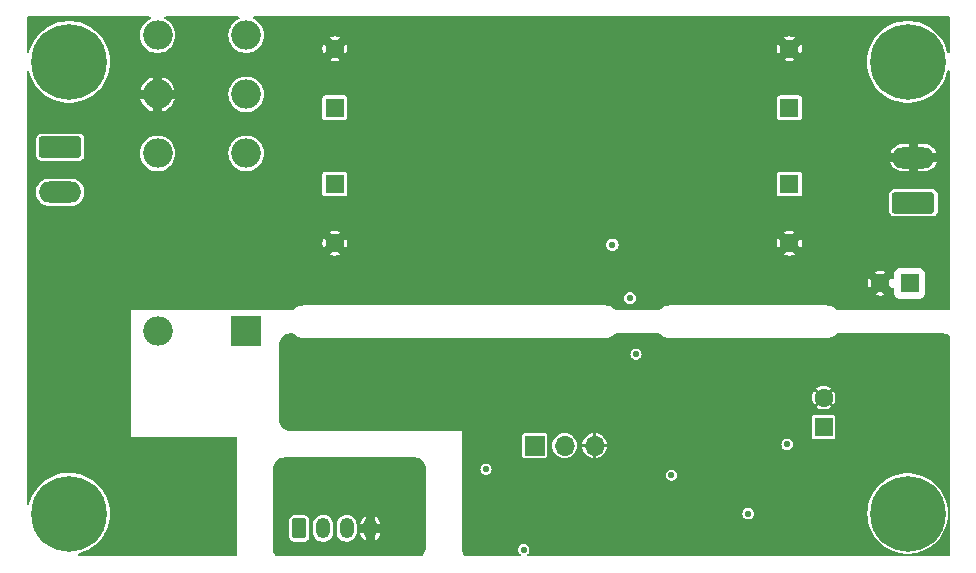
<source format=gbr>
%TF.GenerationSoftware,KiCad,Pcbnew,7.0.1*%
%TF.CreationDate,2024-03-26T16:50:52+03:00*%
%TF.ProjectId,Pelt,50656c74-2e6b-4696-9361-645f70636258,rev?*%
%TF.SameCoordinates,Original*%
%TF.FileFunction,Copper,L2,Inr*%
%TF.FilePolarity,Positive*%
%FSLAX46Y46*%
G04 Gerber Fmt 4.6, Leading zero omitted, Abs format (unit mm)*
G04 Created by KiCad (PCBNEW 7.0.1) date 2024-03-26 16:50:52*
%MOMM*%
%LPD*%
G01*
G04 APERTURE LIST*
G04 Aperture macros list*
%AMRoundRect*
0 Rectangle with rounded corners*
0 $1 Rounding radius*
0 $2 $3 $4 $5 $6 $7 $8 $9 X,Y pos of 4 corners*
0 Add a 4 corners polygon primitive as box body*
4,1,4,$2,$3,$4,$5,$6,$7,$8,$9,$2,$3,0*
0 Add four circle primitives for the rounded corners*
1,1,$1+$1,$2,$3*
1,1,$1+$1,$4,$5*
1,1,$1+$1,$6,$7*
1,1,$1+$1,$8,$9*
0 Add four rect primitives between the rounded corners*
20,1,$1+$1,$2,$3,$4,$5,0*
20,1,$1+$1,$4,$5,$6,$7,0*
20,1,$1+$1,$6,$7,$8,$9,0*
20,1,$1+$1,$8,$9,$2,$3,0*%
G04 Aperture macros list end*
%TA.AperFunction,ComponentPad*%
%ADD10RoundRect,0.250000X-0.350000X-0.625000X0.350000X-0.625000X0.350000X0.625000X-0.350000X0.625000X0*%
%TD*%
%TA.AperFunction,ComponentPad*%
%ADD11O,1.200000X1.750000*%
%TD*%
%TA.AperFunction,ComponentPad*%
%ADD12C,6.400000*%
%TD*%
%TA.AperFunction,ComponentPad*%
%ADD13RoundRect,0.250000X-1.550000X0.650000X-1.550000X-0.650000X1.550000X-0.650000X1.550000X0.650000X0*%
%TD*%
%TA.AperFunction,ComponentPad*%
%ADD14O,3.600000X1.800000*%
%TD*%
%TA.AperFunction,ComponentPad*%
%ADD15R,2.500000X2.500000*%
%TD*%
%TA.AperFunction,ComponentPad*%
%ADD16O,2.500000X2.500000*%
%TD*%
%TA.AperFunction,ComponentPad*%
%ADD17C,0.550000*%
%TD*%
%TA.AperFunction,ComponentPad*%
%ADD18R,1.600000X1.600000*%
%TD*%
%TA.AperFunction,ComponentPad*%
%ADD19C,1.600000*%
%TD*%
%TA.AperFunction,ComponentPad*%
%ADD20R,1.700000X1.700000*%
%TD*%
%TA.AperFunction,ComponentPad*%
%ADD21O,1.700000X1.700000*%
%TD*%
%TA.AperFunction,ComponentPad*%
%ADD22RoundRect,0.250000X1.550000X-0.650000X1.550000X0.650000X-1.550000X0.650000X-1.550000X-0.650000X0*%
%TD*%
%TA.AperFunction,ViaPad*%
%ADD23C,0.550000*%
%TD*%
G04 APERTURE END LIST*
D10*
%TO.N,Net-(D1-A)*%
%TO.C,J3*%
X129500000Y-83500000D03*
D11*
%TO.N,Net-(J3-Pin_2)*%
X131500000Y-83500000D03*
%TO.N,Net-(J3-Pin_3)*%
X133500000Y-83500000D03*
%TO.N,Net-(J3-Pin_4)*%
X135500000Y-83500000D03*
%TD*%
D12*
%TO.N,N/C*%
%TO.C,REF\u002A\u002A*%
X181000000Y-82250000D03*
%TD*%
D13*
%TO.N,/Plus*%
%TO.C,J4*%
X109257500Y-51227500D03*
D14*
%TO.N,/Minus*%
X109257500Y-55037500D03*
%TD*%
D15*
%TO.N,+5.5V*%
%TO.C,K1*%
X125000000Y-66750000D03*
D16*
%TO.N,/Plus*%
X125000000Y-51750000D03*
%TO.N,/V_out*%
X125000000Y-46750000D03*
%TO.N,/Minus*%
X125000000Y-41750000D03*
%TO.N,/Plus*%
X117500000Y-41750000D03*
%TO.N,GND*%
X117500000Y-46750000D03*
%TO.N,/Minus*%
X117500000Y-51750000D03*
%TO.N,Net-(D2-A)*%
X117500000Y-66750000D03*
%TD*%
D17*
%TO.N,GND*%
%TO.C,U1*%
X158562500Y-50905000D03*
X158562500Y-49905000D03*
X158562500Y-48905000D03*
X157162500Y-50905000D03*
X157162500Y-49905000D03*
X157162500Y-48905000D03*
%TD*%
D12*
%TO.N,N/C*%
%TO.C,REF\u002A\u002A*%
X110000000Y-82250000D03*
%TD*%
D18*
%TO.N,+5.5V*%
%TO.C,C1*%
X173882214Y-74932380D03*
D19*
%TO.N,GND*%
X173882214Y-72432380D03*
%TD*%
D18*
%TO.N,/V_out*%
%TO.C,C12*%
X132500000Y-47902651D03*
D19*
%TO.N,GND*%
X132500000Y-42902651D03*
%TD*%
D18*
%TO.N,/V_out*%
%TO.C,C11*%
X132500000Y-54347349D03*
D19*
%TO.N,GND*%
X132500000Y-59347349D03*
%TD*%
D18*
%TO.N,Vin*%
%TO.C,C1*%
X181182379Y-62750000D03*
D19*
%TO.N,GND*%
X178682379Y-62750000D03*
%TD*%
D20*
%TO.N,+5V*%
%TO.C,J2*%
X149425000Y-76500000D03*
D21*
%TO.N,Net-(IC1-PD1)*%
X151965000Y-76500000D03*
%TO.N,GND*%
X154505000Y-76500000D03*
%TD*%
D12*
%TO.N,N/C*%
%TO.C,REF\u002A\u002A*%
X110000000Y-44000000D03*
%TD*%
%TO.N,N/C*%
%TO.C,REF\u002A\u002A*%
X181000000Y-44000000D03*
%TD*%
D18*
%TO.N,Vin*%
%TO.C,C5*%
X171000000Y-47902651D03*
D19*
%TO.N,GND*%
X171000000Y-42902651D03*
%TD*%
D22*
%TO.N,Vin*%
%TO.C,J1*%
X181492500Y-55922500D03*
D14*
%TO.N,GND*%
X181492500Y-52112500D03*
%TD*%
D18*
%TO.N,Vin*%
%TO.C,C6*%
X171000000Y-54347349D03*
D19*
%TO.N,GND*%
X171000000Y-59347349D03*
%TD*%
D23*
%TO.N,GND*%
X150290000Y-80635000D03*
X165500000Y-53500000D03*
X159000000Y-41000000D03*
X156000000Y-62500000D03*
X166500000Y-41000000D03*
X165500000Y-58000000D03*
X156000000Y-44000000D03*
X164000000Y-61000000D03*
X156000000Y-56500000D03*
X150000000Y-64000000D03*
X156000000Y-55000000D03*
X154500000Y-58000000D03*
X168000000Y-45500000D03*
X161000000Y-64000000D03*
X163500000Y-41000000D03*
X151500000Y-52000000D03*
X168500000Y-56500000D03*
X157500000Y-42500000D03*
X150000000Y-50500000D03*
X151500000Y-53500000D03*
X157500000Y-44000000D03*
X162500000Y-53500000D03*
X157500000Y-53500000D03*
X164000000Y-59500000D03*
X168500000Y-61000000D03*
X151500000Y-59500000D03*
X166500000Y-42500000D03*
X146750000Y-83250000D03*
X159000000Y-44000000D03*
X161000000Y-62500000D03*
X162500000Y-52000000D03*
X167000000Y-61000000D03*
X164000000Y-64000000D03*
X154500000Y-62500000D03*
X163500000Y-44000000D03*
X164000000Y-56500000D03*
X167000000Y-64000000D03*
X162500000Y-62500000D03*
X163500000Y-45500000D03*
X165500000Y-59500000D03*
X165500000Y-52000000D03*
X159000000Y-58000000D03*
X151500000Y-62500000D03*
X159000000Y-53500000D03*
X162000000Y-41000000D03*
X157500000Y-45500000D03*
X162500000Y-55000000D03*
X150000000Y-58000000D03*
X156000000Y-41000000D03*
X156000000Y-42500000D03*
X159000000Y-56500000D03*
X157500000Y-56500000D03*
X157500000Y-55000000D03*
X165000000Y-41000000D03*
X146750000Y-85500000D03*
X164000000Y-62500000D03*
X150000000Y-55000000D03*
X162000000Y-45500000D03*
X162500000Y-58000000D03*
X159000000Y-55000000D03*
X165500000Y-56500000D03*
X156000000Y-58000000D03*
X162500000Y-56500000D03*
X168500000Y-64000000D03*
X157500000Y-52000000D03*
X168500000Y-59500000D03*
X167000000Y-56500000D03*
X168500000Y-58000000D03*
X164000000Y-53500000D03*
X164000000Y-52000000D03*
X160500000Y-44000000D03*
X170000000Y-64000000D03*
X159000000Y-42500000D03*
X165500000Y-62500000D03*
X168000000Y-41000000D03*
X162500000Y-64000000D03*
X168000000Y-44000000D03*
X154500000Y-64000000D03*
X151500000Y-64000000D03*
X160500000Y-41000000D03*
X165500000Y-55000000D03*
X154500000Y-59500000D03*
X150000000Y-56500000D03*
X153000000Y-62500000D03*
X164000000Y-55000000D03*
X156000000Y-53500000D03*
X165500000Y-64000000D03*
X157500000Y-41000000D03*
X156000000Y-45500000D03*
X165000000Y-45500000D03*
X171500000Y-64000000D03*
X153000000Y-56500000D03*
X159000000Y-52000000D03*
X168000000Y-42500000D03*
X150000000Y-53500000D03*
X159000000Y-45500000D03*
X167000000Y-62500000D03*
X163500000Y-42500000D03*
X151500000Y-58000000D03*
X166500000Y-45500000D03*
X160500000Y-45500000D03*
X165000000Y-44000000D03*
X162000000Y-44000000D03*
X157500000Y-58000000D03*
X151500000Y-55000000D03*
X150000000Y-59500000D03*
X151500000Y-56500000D03*
X153000000Y-64000000D03*
X151500000Y-50500000D03*
X168500000Y-62500000D03*
X167000000Y-59500000D03*
X153000000Y-58000000D03*
X161104278Y-58026736D03*
X154500000Y-56500000D03*
X157500000Y-47000000D03*
X166500000Y-44000000D03*
X150000000Y-62500000D03*
X167000000Y-58000000D03*
X162500000Y-59500000D03*
X159000000Y-47000000D03*
X160500000Y-42500000D03*
X157500000Y-62500000D03*
X153000000Y-59500000D03*
X165000000Y-42500000D03*
X150000000Y-52000000D03*
X165500000Y-61000000D03*
X162000000Y-42500000D03*
X164000000Y-58000000D03*
X161104278Y-56526736D03*
X156000000Y-64000000D03*
X156000000Y-47000000D03*
%TO.N,+5.5V*%
X170800000Y-76400000D03*
%TO.N,+5V*%
X145300000Y-78500000D03*
X148500000Y-85300000D03*
X167500000Y-82250000D03*
X161000000Y-79000000D03*
X158000000Y-68750000D03*
%TO.N,Net-(J3-Pin_4)*%
X139000000Y-78250000D03*
%TO.N,SHDWN*%
X156000000Y-59500000D03*
X157500000Y-64000000D03*
%TD*%
%TA.AperFunction,Conductor*%
%TO.N,GND*%
G36*
X116875882Y-40167456D02*
G01*
X116921355Y-40213687D01*
X116937274Y-40276550D01*
X116919285Y-40338852D01*
X116872310Y-40383554D01*
X116749013Y-40450278D01*
X116676485Y-40489529D01*
X116480259Y-40642259D01*
X116480256Y-40642261D01*
X116480256Y-40642262D01*
X116344383Y-40789860D01*
X116311837Y-40825214D01*
X116175825Y-41033395D01*
X116075938Y-41261117D01*
X116014891Y-41502183D01*
X115994356Y-41750000D01*
X116014891Y-41997816D01*
X116014891Y-41997819D01*
X116014892Y-41997821D01*
X116075937Y-42238881D01*
X116120960Y-42341523D01*
X116175825Y-42466604D01*
X116175827Y-42466607D01*
X116311836Y-42674785D01*
X116480256Y-42857738D01*
X116480259Y-42857740D01*
X116676485Y-43010470D01*
X116676487Y-43010471D01*
X116676491Y-43010474D01*
X116895190Y-43128828D01*
X117130386Y-43209571D01*
X117375665Y-43250500D01*
X117624335Y-43250500D01*
X117869614Y-43209571D01*
X118104810Y-43128828D01*
X118323509Y-43010474D01*
X118519744Y-42857738D01*
X118688164Y-42674785D01*
X118824173Y-42466607D01*
X118924063Y-42238881D01*
X118985108Y-41997821D01*
X119005643Y-41750000D01*
X118985108Y-41502179D01*
X118924063Y-41261119D01*
X118824173Y-41033393D01*
X118688164Y-40825215D01*
X118519744Y-40642262D01*
X118400564Y-40549500D01*
X118323514Y-40489529D01*
X118323510Y-40489526D01*
X118323509Y-40489526D01*
X118127689Y-40383554D01*
X118080715Y-40338852D01*
X118062726Y-40276550D01*
X118078645Y-40213687D01*
X118124118Y-40167456D01*
X118186709Y-40150500D01*
X124313291Y-40150500D01*
X124375882Y-40167456D01*
X124421355Y-40213687D01*
X124437274Y-40276550D01*
X124419285Y-40338852D01*
X124372310Y-40383554D01*
X124249013Y-40450278D01*
X124176485Y-40489529D01*
X123980259Y-40642259D01*
X123980256Y-40642261D01*
X123980256Y-40642262D01*
X123844383Y-40789860D01*
X123811837Y-40825214D01*
X123675825Y-41033395D01*
X123575938Y-41261117D01*
X123514891Y-41502183D01*
X123494356Y-41750000D01*
X123514891Y-41997816D01*
X123514891Y-41997819D01*
X123514892Y-41997821D01*
X123575937Y-42238881D01*
X123620960Y-42341523D01*
X123675825Y-42466604D01*
X123675827Y-42466607D01*
X123811836Y-42674785D01*
X123980256Y-42857738D01*
X123980259Y-42857740D01*
X124176485Y-43010470D01*
X124176487Y-43010471D01*
X124176491Y-43010474D01*
X124395190Y-43128828D01*
X124630386Y-43209571D01*
X124875665Y-43250500D01*
X125124335Y-43250500D01*
X125369614Y-43209571D01*
X125604810Y-43128828D01*
X125823509Y-43010474D01*
X125962041Y-42902650D01*
X131444919Y-42902650D01*
X131465191Y-43108485D01*
X131525232Y-43306415D01*
X131539399Y-43332919D01*
X131539401Y-43332920D01*
X131969670Y-42902652D01*
X133030330Y-42902652D01*
X133460598Y-43332920D01*
X133460598Y-43332919D01*
X133474767Y-43306413D01*
X133534808Y-43108485D01*
X133555080Y-42902651D01*
X133555080Y-42902650D01*
X169944919Y-42902650D01*
X169965191Y-43108485D01*
X170025232Y-43306415D01*
X170039399Y-43332919D01*
X170039401Y-43332920D01*
X170469670Y-42902652D01*
X170469670Y-42902651D01*
X171530330Y-42902651D01*
X171960598Y-43332919D01*
X171974767Y-43306413D01*
X172034808Y-43108485D01*
X172055080Y-42902650D01*
X172034808Y-42696816D01*
X171974766Y-42498885D01*
X171960599Y-42472380D01*
X171530330Y-42902651D01*
X170469670Y-42902651D01*
X170039401Y-42472381D01*
X170039400Y-42472381D01*
X170025231Y-42498890D01*
X169965191Y-42696816D01*
X169944919Y-42902650D01*
X133555080Y-42902650D01*
X133534808Y-42696816D01*
X133474766Y-42498885D01*
X133460599Y-42472380D01*
X133030330Y-42902651D01*
X133030330Y-42902652D01*
X131969670Y-42902652D01*
X131969670Y-42902651D01*
X131539401Y-42472381D01*
X131539400Y-42472381D01*
X131525231Y-42498890D01*
X131465191Y-42696816D01*
X131444919Y-42902650D01*
X125962041Y-42902650D01*
X126019744Y-42857738D01*
X126188164Y-42674785D01*
X126324173Y-42466607D01*
X126424063Y-42238881D01*
X126485108Y-41997821D01*
X126489729Y-41942052D01*
X132069730Y-41942052D01*
X132500000Y-42372321D01*
X132500001Y-42372321D01*
X132930269Y-41942052D01*
X170569730Y-41942052D01*
X171000000Y-42372321D01*
X171000001Y-42372321D01*
X171430269Y-41942052D01*
X171430268Y-41942050D01*
X171403764Y-41927883D01*
X171205834Y-41867842D01*
X170999999Y-41847570D01*
X170794165Y-41867842D01*
X170596239Y-41927882D01*
X170569730Y-41942051D01*
X170569730Y-41942052D01*
X132930269Y-41942052D01*
X132930268Y-41942050D01*
X132903764Y-41927883D01*
X132705834Y-41867842D01*
X132499999Y-41847570D01*
X132294165Y-41867842D01*
X132096239Y-41927882D01*
X132069730Y-41942051D01*
X132069730Y-41942052D01*
X126489729Y-41942052D01*
X126505643Y-41750000D01*
X126485108Y-41502179D01*
X126424063Y-41261119D01*
X126324173Y-41033393D01*
X126188164Y-40825215D01*
X126019744Y-40642262D01*
X125900564Y-40549500D01*
X125823514Y-40489529D01*
X125823510Y-40489526D01*
X125823509Y-40489526D01*
X125627689Y-40383554D01*
X125580715Y-40338852D01*
X125562726Y-40276550D01*
X125578645Y-40213687D01*
X125624118Y-40167456D01*
X125686709Y-40150500D01*
X184475500Y-40150500D01*
X184537500Y-40167113D01*
X184582887Y-40212500D01*
X184599500Y-40274500D01*
X184599500Y-43156417D01*
X184585575Y-43213508D01*
X184546929Y-43257777D01*
X184492240Y-43279282D01*
X184433791Y-43273192D01*
X184384710Y-43240876D01*
X184356020Y-43189590D01*
X184274681Y-42896632D01*
X184136189Y-42549043D01*
X183960930Y-42218473D01*
X183960928Y-42218469D01*
X183750954Y-41908779D01*
X183750952Y-41908776D01*
X183508726Y-41623607D01*
X183237092Y-41366301D01*
X183237087Y-41366297D01*
X182939220Y-41139864D01*
X182939216Y-41139861D01*
X182939214Y-41139860D01*
X182618614Y-40946962D01*
X182279043Y-40789860D01*
X182279040Y-40789859D01*
X182279038Y-40789858D01*
X181924462Y-40670387D01*
X181924461Y-40670386D01*
X181924459Y-40670386D01*
X181702736Y-40621581D01*
X181559049Y-40589954D01*
X181373064Y-40569726D01*
X181187082Y-40549500D01*
X181187081Y-40549500D01*
X180812919Y-40549500D01*
X180812918Y-40549500D01*
X180440951Y-40589954D01*
X180075540Y-40670386D01*
X179720956Y-40789860D01*
X179381385Y-40946962D01*
X179060785Y-41139860D01*
X178762907Y-41366301D01*
X178491273Y-41623607D01*
X178249047Y-41908776D01*
X178039069Y-42218473D01*
X177863810Y-42549043D01*
X177725318Y-42896632D01*
X177625222Y-43257147D01*
X177564688Y-43626393D01*
X177544431Y-43999999D01*
X177564688Y-44373606D01*
X177625222Y-44742852D01*
X177725318Y-45103367D01*
X177863810Y-45450956D01*
X178039069Y-45781526D01*
X178039072Y-45781531D01*
X178148848Y-45943439D01*
X178249047Y-46091223D01*
X178491273Y-46376392D01*
X178762907Y-46633698D01*
X178762910Y-46633700D01*
X178762913Y-46633703D01*
X179060780Y-46860136D01*
X179381383Y-47053036D01*
X179720962Y-47210142D01*
X180075538Y-47329613D01*
X180440951Y-47410046D01*
X180776432Y-47446531D01*
X180812918Y-47450500D01*
X180812919Y-47450500D01*
X181187081Y-47450500D01*
X181187082Y-47450500D01*
X181220308Y-47446886D01*
X181559049Y-47410046D01*
X181924462Y-47329613D01*
X182279038Y-47210142D01*
X182618617Y-47053036D01*
X182939220Y-46860136D01*
X183237087Y-46633703D01*
X183508727Y-46376392D01*
X183750954Y-46091221D01*
X183960928Y-45781531D01*
X184057513Y-45599352D01*
X184136189Y-45450956D01*
X184274681Y-45103367D01*
X184356020Y-44810410D01*
X184384710Y-44759124D01*
X184433791Y-44726808D01*
X184492240Y-44720718D01*
X184546929Y-44742223D01*
X184585575Y-44786492D01*
X184599500Y-44843583D01*
X184599500Y-64876000D01*
X184582887Y-64938000D01*
X184537500Y-64983387D01*
X184475500Y-65000000D01*
X175031969Y-65000000D01*
X174984516Y-64990561D01*
X174944288Y-64963681D01*
X174912364Y-64931757D01*
X174835620Y-64876000D01*
X174734022Y-64802185D01*
X174537606Y-64702105D01*
X174327951Y-64633985D01*
X174327948Y-64633984D01*
X174110224Y-64599500D01*
X174110222Y-64599500D01*
X174031519Y-64599500D01*
X161057583Y-64599500D01*
X161000000Y-64599500D01*
X160889778Y-64599500D01*
X160889776Y-64599500D01*
X160672051Y-64633984D01*
X160462396Y-64702104D01*
X160462394Y-64702104D01*
X160462394Y-64702105D01*
X160265978Y-64802185D01*
X160265975Y-64802186D01*
X160265975Y-64802187D01*
X160087635Y-64931757D01*
X160055712Y-64963681D01*
X160015484Y-64990561D01*
X159968031Y-65000000D01*
X156281969Y-65000000D01*
X156234516Y-64990561D01*
X156194288Y-64963681D01*
X156162364Y-64931757D01*
X156085620Y-64876000D01*
X155984022Y-64802185D01*
X155787606Y-64702105D01*
X155577951Y-64633985D01*
X155577948Y-64633984D01*
X155360224Y-64599500D01*
X155360222Y-64599500D01*
X155281519Y-64599500D01*
X130057583Y-64599500D01*
X130000000Y-64599500D01*
X129889778Y-64599500D01*
X129889776Y-64599500D01*
X129672051Y-64633984D01*
X129462396Y-64702104D01*
X129462394Y-64702104D01*
X129462394Y-64702105D01*
X129265978Y-64802185D01*
X129265975Y-64802186D01*
X129265975Y-64802187D01*
X129087635Y-64931757D01*
X129055712Y-64963681D01*
X129015484Y-64990561D01*
X128968031Y-65000000D01*
X115250000Y-65000000D01*
X115250000Y-75750000D01*
X124126000Y-75750000D01*
X124188000Y-75766613D01*
X124233387Y-75812000D01*
X124250000Y-75874000D01*
X124250000Y-85725500D01*
X124233387Y-85787500D01*
X124188000Y-85832887D01*
X124126000Y-85849500D01*
X110838514Y-85849500D01*
X110780431Y-85835055D01*
X110735881Y-85795087D01*
X110715241Y-85738907D01*
X110723321Y-85679603D01*
X110758238Y-85630992D01*
X110811858Y-85604399D01*
X110830891Y-85600209D01*
X110924462Y-85579613D01*
X111279038Y-85460142D01*
X111618617Y-85303036D01*
X111939220Y-85110136D01*
X112237087Y-84883703D01*
X112508727Y-84626392D01*
X112750954Y-84341221D01*
X112960928Y-84031531D01*
X113072485Y-83821113D01*
X113136189Y-83700956D01*
X113274681Y-83353367D01*
X113374777Y-82992852D01*
X113374776Y-82992852D01*
X113374779Y-82992845D01*
X113435311Y-82623613D01*
X113455568Y-82250000D01*
X113435311Y-81876387D01*
X113374779Y-81507155D01*
X113370259Y-81490876D01*
X113274681Y-81146632D01*
X113136189Y-80799043D01*
X112960930Y-80468473D01*
X112960928Y-80468469D01*
X112750954Y-80158779D01*
X112750952Y-80158776D01*
X112508726Y-79873607D01*
X112237092Y-79616301D01*
X112123611Y-79530035D01*
X111939220Y-79389864D01*
X111939216Y-79389861D01*
X111939214Y-79389860D01*
X111618614Y-79196962D01*
X111279043Y-79039860D01*
X111279040Y-79039859D01*
X111279038Y-79039858D01*
X110924462Y-78920387D01*
X110924461Y-78920386D01*
X110924459Y-78920386D01*
X110662917Y-78862817D01*
X110559049Y-78839954D01*
X110373065Y-78819727D01*
X110187082Y-78799500D01*
X110187081Y-78799500D01*
X109812919Y-78799500D01*
X109812918Y-78799500D01*
X109440951Y-78839954D01*
X109075540Y-78920386D01*
X108720956Y-79039860D01*
X108381385Y-79196962D01*
X108060785Y-79389860D01*
X107762907Y-79616301D01*
X107491273Y-79873607D01*
X107249047Y-80158776D01*
X107039069Y-80468473D01*
X106863810Y-80799043D01*
X106725318Y-81146632D01*
X106643980Y-81439590D01*
X106615290Y-81490876D01*
X106566209Y-81523192D01*
X106507760Y-81529282D01*
X106453071Y-81507777D01*
X106414425Y-81463508D01*
X106400500Y-81406417D01*
X106400500Y-64000000D01*
X156969965Y-64000000D01*
X156988025Y-64137180D01*
X157040977Y-64265020D01*
X157125208Y-64374791D01*
X157234979Y-64459022D01*
X157234982Y-64459024D01*
X157362817Y-64511974D01*
X157500000Y-64530035D01*
X157637183Y-64511974D01*
X157765018Y-64459024D01*
X157874791Y-64374791D01*
X157959024Y-64265018D01*
X158011974Y-64137183D01*
X158030035Y-64000000D01*
X158011974Y-63862817D01*
X157959024Y-63734983D01*
X157940313Y-63710599D01*
X178252108Y-63710599D01*
X178278613Y-63724766D01*
X178476544Y-63784808D01*
X178682379Y-63805080D01*
X178888213Y-63784808D01*
X179086141Y-63724767D01*
X179112647Y-63710598D01*
X179112648Y-63710598D01*
X178682380Y-63280330D01*
X178682379Y-63280330D01*
X178252108Y-63710599D01*
X157940313Y-63710599D01*
X157874791Y-63625209D01*
X157874789Y-63625207D01*
X157874788Y-63625206D01*
X157765020Y-63540977D01*
X157765013Y-63540974D01*
X157637183Y-63488026D01*
X157637182Y-63488025D01*
X157637180Y-63488025D01*
X157500000Y-63469965D01*
X157362816Y-63488026D01*
X157234985Y-63540974D01*
X157125209Y-63625209D01*
X157040974Y-63734985D01*
X156988026Y-63862816D01*
X156969965Y-64000000D01*
X106400500Y-64000000D01*
X106400500Y-62750000D01*
X177627298Y-62750000D01*
X177647570Y-62955834D01*
X177707611Y-63153764D01*
X177721778Y-63180268D01*
X177721780Y-63180269D01*
X178152049Y-62750001D01*
X179212709Y-62750001D01*
X179642977Y-63180269D01*
X179642977Y-63180268D01*
X179648522Y-63169896D01*
X179693090Y-63122623D01*
X179755445Y-63104375D01*
X179818469Y-63120162D01*
X179864858Y-63165650D01*
X179881879Y-63228351D01*
X179881879Y-63597869D01*
X179888288Y-63657483D01*
X179938583Y-63792331D01*
X180024833Y-63907546D01*
X180140048Y-63993796D01*
X180274896Y-64044091D01*
X180334506Y-64050500D01*
X182030251Y-64050499D01*
X182089862Y-64044091D01*
X182224710Y-63993796D01*
X182339925Y-63907546D01*
X182426175Y-63792331D01*
X182476470Y-63657483D01*
X182482879Y-63597873D01*
X182482878Y-61902128D01*
X182476470Y-61842517D01*
X182426175Y-61707669D01*
X182339925Y-61592454D01*
X182224710Y-61506204D01*
X182089862Y-61455909D01*
X182030252Y-61449500D01*
X182030248Y-61449500D01*
X180334509Y-61449500D01*
X180274894Y-61455909D01*
X180140048Y-61506204D01*
X180024833Y-61592454D01*
X179938583Y-61707668D01*
X179888288Y-61842516D01*
X179881879Y-61902131D01*
X179881879Y-62271646D01*
X179864858Y-62334347D01*
X179818468Y-62379835D01*
X179755445Y-62395622D01*
X179693090Y-62377374D01*
X179648521Y-62330100D01*
X179642978Y-62319730D01*
X179212709Y-62750000D01*
X179212709Y-62750001D01*
X178152049Y-62750001D01*
X178152049Y-62750000D01*
X177721780Y-62319730D01*
X177721779Y-62319730D01*
X177707610Y-62346239D01*
X177647570Y-62544165D01*
X177627298Y-62750000D01*
X106400500Y-62750000D01*
X106400500Y-61789401D01*
X178252109Y-61789401D01*
X178682379Y-62219670D01*
X178682380Y-62219670D01*
X179112648Y-61789401D01*
X179112647Y-61789399D01*
X179086143Y-61775232D01*
X178888213Y-61715191D01*
X178682379Y-61694919D01*
X178476544Y-61715191D01*
X178278618Y-61775231D01*
X178252109Y-61789400D01*
X178252109Y-61789401D01*
X106400500Y-61789401D01*
X106400500Y-60307948D01*
X132069729Y-60307948D01*
X132096234Y-60322115D01*
X132294165Y-60382157D01*
X132500000Y-60402429D01*
X132705834Y-60382157D01*
X132903762Y-60322116D01*
X132930266Y-60307948D01*
X170569729Y-60307948D01*
X170596234Y-60322115D01*
X170794165Y-60382157D01*
X171000000Y-60402429D01*
X171205834Y-60382157D01*
X171403762Y-60322116D01*
X171430268Y-60307947D01*
X171430269Y-60307946D01*
X171000001Y-59877679D01*
X171000000Y-59877679D01*
X170569729Y-60307948D01*
X132930266Y-60307948D01*
X132930268Y-60307947D01*
X132930268Y-60307946D01*
X132500001Y-59877679D01*
X132500000Y-59877679D01*
X132069729Y-60307948D01*
X106400500Y-60307948D01*
X106400500Y-59347348D01*
X131444919Y-59347348D01*
X131465191Y-59553183D01*
X131525232Y-59751113D01*
X131539399Y-59777617D01*
X131539401Y-59777618D01*
X131969670Y-59347350D01*
X133030330Y-59347350D01*
X133460598Y-59777618D01*
X133460598Y-59777617D01*
X133474767Y-59751111D01*
X133534808Y-59553183D01*
X133540046Y-59499999D01*
X155469965Y-59499999D01*
X155488025Y-59637180D01*
X155488025Y-59637182D01*
X155488026Y-59637183D01*
X155540976Y-59765018D01*
X155540977Y-59765020D01*
X155625208Y-59874791D01*
X155734979Y-59959022D01*
X155734982Y-59959024D01*
X155862817Y-60011974D01*
X156000000Y-60030035D01*
X156137183Y-60011974D01*
X156265018Y-59959024D01*
X156374791Y-59874791D01*
X156459024Y-59765018D01*
X156511974Y-59637183D01*
X156530035Y-59500000D01*
X156511974Y-59362817D01*
X156505567Y-59347348D01*
X169944919Y-59347348D01*
X169965191Y-59553183D01*
X170025232Y-59751113D01*
X170039399Y-59777617D01*
X170039401Y-59777618D01*
X170469670Y-59347350D01*
X170469670Y-59347349D01*
X171530330Y-59347349D01*
X171960598Y-59777617D01*
X171974767Y-59751111D01*
X172034808Y-59553183D01*
X172055080Y-59347348D01*
X172034808Y-59141514D01*
X171974766Y-58943583D01*
X171960599Y-58917078D01*
X171530330Y-59347349D01*
X170469670Y-59347349D01*
X170039401Y-58917079D01*
X170039400Y-58917079D01*
X170025231Y-58943588D01*
X169965191Y-59141514D01*
X169944919Y-59347348D01*
X156505567Y-59347348D01*
X156459024Y-59234983D01*
X156374791Y-59125209D01*
X156374789Y-59125207D01*
X156374788Y-59125206D01*
X156265020Y-59040977D01*
X156265013Y-59040974D01*
X156137183Y-58988026D01*
X156137182Y-58988025D01*
X156137180Y-58988025D01*
X156024515Y-58973192D01*
X156000000Y-58969965D01*
X155999999Y-58969965D01*
X155862816Y-58988026D01*
X155734985Y-59040974D01*
X155625209Y-59125209D01*
X155540974Y-59234985D01*
X155488026Y-59362816D01*
X155469965Y-59499999D01*
X133540046Y-59499999D01*
X133555080Y-59347348D01*
X133534808Y-59141514D01*
X133474766Y-58943583D01*
X133460599Y-58917078D01*
X133030330Y-59347349D01*
X133030330Y-59347350D01*
X131969670Y-59347350D01*
X131969670Y-59347349D01*
X131539401Y-58917079D01*
X131539400Y-58917079D01*
X131525231Y-58943588D01*
X131465191Y-59141514D01*
X131444919Y-59347348D01*
X106400500Y-59347348D01*
X106400500Y-58386750D01*
X132069730Y-58386750D01*
X132500000Y-58817019D01*
X132500001Y-58817019D01*
X132930269Y-58386750D01*
X170569730Y-58386750D01*
X171000000Y-58817019D01*
X171000001Y-58817019D01*
X171430269Y-58386750D01*
X171430268Y-58386748D01*
X171403764Y-58372581D01*
X171205834Y-58312540D01*
X171000000Y-58292268D01*
X170794165Y-58312540D01*
X170596239Y-58372580D01*
X170569730Y-58386749D01*
X170569730Y-58386750D01*
X132930269Y-58386750D01*
X132930268Y-58386748D01*
X132903764Y-58372581D01*
X132705834Y-58312540D01*
X132500000Y-58292268D01*
X132294165Y-58312540D01*
X132096239Y-58372580D01*
X132069730Y-58386749D01*
X132069730Y-58386750D01*
X106400500Y-58386750D01*
X106400500Y-56620369D01*
X179442000Y-56620369D01*
X179448409Y-56679983D01*
X179498704Y-56814831D01*
X179584954Y-56930046D01*
X179700169Y-57016296D01*
X179835017Y-57066591D01*
X179894627Y-57073000D01*
X183090372Y-57072999D01*
X183149983Y-57066591D01*
X183284831Y-57016296D01*
X183400046Y-56930046D01*
X183486296Y-56814831D01*
X183536591Y-56679983D01*
X183543000Y-56620373D01*
X183542999Y-55224628D01*
X183536591Y-55165017D01*
X183486296Y-55030169D01*
X183400046Y-54914954D01*
X183284831Y-54828704D01*
X183149983Y-54778409D01*
X183090373Y-54772000D01*
X183090369Y-54772000D01*
X179894630Y-54772000D01*
X179835015Y-54778409D01*
X179700169Y-54828704D01*
X179584954Y-54914954D01*
X179498704Y-55030168D01*
X179448409Y-55165016D01*
X179442000Y-55224630D01*
X179442000Y-56620369D01*
X106400500Y-56620369D01*
X106400500Y-55144110D01*
X107207000Y-55144110D01*
X107241366Y-55327949D01*
X107246179Y-55353698D01*
X107323201Y-55552517D01*
X107435447Y-55733801D01*
X107579094Y-55891373D01*
X107749247Y-56019868D01*
X107939327Y-56114514D01*
X107940111Y-56114905D01*
X108063632Y-56150050D01*
X108145189Y-56173256D01*
X108304305Y-56188000D01*
X108304306Y-56188000D01*
X110210694Y-56188000D01*
X110210695Y-56188000D01*
X110369810Y-56173256D01*
X110369810Y-56173255D01*
X110574889Y-56114905D01*
X110669930Y-56067580D01*
X110765752Y-56019868D01*
X110765755Y-56019866D01*
X110935907Y-55891372D01*
X111079552Y-55733802D01*
X111191798Y-55552519D01*
X111268821Y-55353698D01*
X111302782Y-55172024D01*
X131449500Y-55172024D01*
X131464033Y-55245087D01*
X131464033Y-55245088D01*
X131464034Y-55245089D01*
X131519399Y-55327950D01*
X131602260Y-55383315D01*
X131638792Y-55390581D01*
X131675325Y-55397849D01*
X131675326Y-55397849D01*
X133324674Y-55397849D01*
X133324675Y-55397849D01*
X133349029Y-55393004D01*
X133397740Y-55383315D01*
X133480601Y-55327950D01*
X133535966Y-55245089D01*
X133550500Y-55172024D01*
X169949500Y-55172024D01*
X169964033Y-55245087D01*
X169964033Y-55245088D01*
X169964034Y-55245089D01*
X170019399Y-55327950D01*
X170102260Y-55383315D01*
X170138792Y-55390581D01*
X170175325Y-55397849D01*
X170175326Y-55397849D01*
X171824674Y-55397849D01*
X171824675Y-55397849D01*
X171849029Y-55393004D01*
X171897740Y-55383315D01*
X171980601Y-55327950D01*
X172035966Y-55245089D01*
X172050500Y-55172023D01*
X172050500Y-53522675D01*
X172035966Y-53449609D01*
X171980601Y-53366748D01*
X171897740Y-53311383D01*
X171897739Y-53311382D01*
X171897738Y-53311382D01*
X171824675Y-53296849D01*
X171824674Y-53296849D01*
X170175326Y-53296849D01*
X170175325Y-53296849D01*
X170102261Y-53311382D01*
X170019399Y-53366748D01*
X169964033Y-53449610D01*
X169949500Y-53522674D01*
X169949500Y-55172024D01*
X133550500Y-55172024D01*
X133550500Y-55172023D01*
X133550500Y-53522675D01*
X133535966Y-53449609D01*
X133480601Y-53366748D01*
X133397740Y-53311383D01*
X133397739Y-53311382D01*
X133397738Y-53311382D01*
X133324675Y-53296849D01*
X133324674Y-53296849D01*
X131675326Y-53296849D01*
X131675325Y-53296849D01*
X131602261Y-53311382D01*
X131519399Y-53366748D01*
X131464033Y-53449610D01*
X131449500Y-53522674D01*
X131449500Y-55172024D01*
X111302782Y-55172024D01*
X111308000Y-55144110D01*
X111308000Y-54930890D01*
X111268821Y-54721302D01*
X111191798Y-54522481D01*
X111079552Y-54341198D01*
X110935907Y-54183628D01*
X110935906Y-54183627D01*
X110935905Y-54183626D01*
X110765752Y-54055131D01*
X110574890Y-53960095D01*
X110369810Y-53901743D01*
X110210695Y-53887000D01*
X110210694Y-53887000D01*
X108304306Y-53887000D01*
X108304305Y-53887000D01*
X108145189Y-53901743D01*
X107940109Y-53960095D01*
X107749247Y-54055131D01*
X107579094Y-54183626D01*
X107435447Y-54341198D01*
X107323201Y-54522482D01*
X107246179Y-54721301D01*
X107246179Y-54721302D01*
X107207000Y-54930890D01*
X107207000Y-55144110D01*
X106400500Y-55144110D01*
X106400500Y-51925369D01*
X107207000Y-51925369D01*
X107213409Y-51984983D01*
X107263704Y-52119831D01*
X107349954Y-52235046D01*
X107465169Y-52321296D01*
X107600017Y-52371591D01*
X107659627Y-52378000D01*
X110855372Y-52377999D01*
X110914983Y-52371591D01*
X111049831Y-52321296D01*
X111165046Y-52235046D01*
X111251296Y-52119831D01*
X111301591Y-51984983D01*
X111308000Y-51925373D01*
X111308000Y-51749999D01*
X115994356Y-51749999D01*
X116014891Y-51997816D01*
X116014891Y-51997819D01*
X116014892Y-51997821D01*
X116075937Y-52238881D01*
X116112087Y-52321295D01*
X116175825Y-52466604D01*
X116175827Y-52466607D01*
X116311836Y-52674785D01*
X116480256Y-52857738D01*
X116480259Y-52857740D01*
X116676485Y-53010470D01*
X116676487Y-53010471D01*
X116676491Y-53010474D01*
X116895190Y-53128828D01*
X117130386Y-53209571D01*
X117375665Y-53250500D01*
X117624335Y-53250500D01*
X117869614Y-53209571D01*
X118104810Y-53128828D01*
X118323509Y-53010474D01*
X118519744Y-52857738D01*
X118688164Y-52674785D01*
X118824173Y-52466607D01*
X118924063Y-52238881D01*
X118985108Y-51997821D01*
X119005643Y-51750000D01*
X119005643Y-51749999D01*
X123494356Y-51749999D01*
X123514891Y-51997816D01*
X123514891Y-51997819D01*
X123514892Y-51997821D01*
X123575937Y-52238881D01*
X123612087Y-52321295D01*
X123675825Y-52466604D01*
X123675827Y-52466607D01*
X123811836Y-52674785D01*
X123980256Y-52857738D01*
X123980259Y-52857740D01*
X124176485Y-53010470D01*
X124176487Y-53010471D01*
X124176491Y-53010474D01*
X124395190Y-53128828D01*
X124630386Y-53209571D01*
X124875665Y-53250500D01*
X125124335Y-53250500D01*
X125369614Y-53209571D01*
X125604810Y-53128828D01*
X125823509Y-53010474D01*
X126019744Y-52857738D01*
X126188164Y-52674785D01*
X126310523Y-52487500D01*
X179504495Y-52487500D01*
X179558653Y-52627298D01*
X179670845Y-52808496D01*
X179814432Y-52966002D01*
X179984511Y-53094441D01*
X180175291Y-53189437D01*
X180380280Y-53247762D01*
X180539329Y-53262500D01*
X181117500Y-53262500D01*
X181117500Y-52487500D01*
X181867500Y-52487500D01*
X181867500Y-53262500D01*
X182445671Y-53262500D01*
X182604719Y-53247762D01*
X182809708Y-53189437D01*
X183000488Y-53094441D01*
X183170567Y-52966002D01*
X183314154Y-52808496D01*
X183426346Y-52627298D01*
X183480505Y-52487500D01*
X181867500Y-52487500D01*
X181117500Y-52487500D01*
X179504495Y-52487500D01*
X126310523Y-52487500D01*
X126324173Y-52466607D01*
X126424063Y-52238881D01*
X126485108Y-51997821D01*
X126505643Y-51750000D01*
X126485108Y-51502179D01*
X126424063Y-51261119D01*
X126334016Y-51055833D01*
X126324174Y-51033395D01*
X126321473Y-51029261D01*
X126188164Y-50825215D01*
X126019744Y-50642262D01*
X125875035Y-50529630D01*
X125823514Y-50489529D01*
X125823510Y-50489526D01*
X125823509Y-50489526D01*
X125604810Y-50371172D01*
X125604806Y-50371170D01*
X125604805Y-50371170D01*
X125369615Y-50290429D01*
X125124335Y-50249500D01*
X124875665Y-50249500D01*
X124630384Y-50290429D01*
X124395194Y-50371170D01*
X124176485Y-50489529D01*
X123980259Y-50642259D01*
X123811837Y-50825214D01*
X123675825Y-51033395D01*
X123633206Y-51130558D01*
X123575937Y-51261119D01*
X123514892Y-51502179D01*
X123514891Y-51502183D01*
X123494356Y-51749999D01*
X119005643Y-51749999D01*
X118985108Y-51502179D01*
X118924063Y-51261119D01*
X118834016Y-51055833D01*
X118824174Y-51033395D01*
X118821473Y-51029261D01*
X118688164Y-50825215D01*
X118519744Y-50642262D01*
X118375035Y-50529630D01*
X118323514Y-50489529D01*
X118323510Y-50489526D01*
X118323509Y-50489526D01*
X118104810Y-50371172D01*
X118104806Y-50371170D01*
X118104805Y-50371170D01*
X117869615Y-50290429D01*
X117624335Y-50249500D01*
X117375665Y-50249500D01*
X117130384Y-50290429D01*
X116895194Y-50371170D01*
X116676485Y-50489529D01*
X116480259Y-50642259D01*
X116311837Y-50825214D01*
X116175825Y-51033395D01*
X116133206Y-51130558D01*
X116075937Y-51261119D01*
X116014892Y-51502179D01*
X116014891Y-51502183D01*
X115994356Y-51749999D01*
X111308000Y-51749999D01*
X111307999Y-50529628D01*
X111301591Y-50470017D01*
X111251296Y-50335169D01*
X111165046Y-50219954D01*
X111049831Y-50133704D01*
X110914983Y-50083409D01*
X110855373Y-50077000D01*
X110855369Y-50077000D01*
X107659630Y-50077000D01*
X107600015Y-50083409D01*
X107465169Y-50133704D01*
X107349954Y-50219954D01*
X107263704Y-50335168D01*
X107213409Y-50470015D01*
X107213409Y-50470017D01*
X107208456Y-50516091D01*
X107207000Y-50529630D01*
X107207000Y-51925369D01*
X106400500Y-51925369D01*
X106400500Y-48727326D01*
X131449500Y-48727326D01*
X131464033Y-48800389D01*
X131464033Y-48800390D01*
X131464034Y-48800391D01*
X131519399Y-48883252D01*
X131602260Y-48938617D01*
X131638792Y-48945883D01*
X131675325Y-48953151D01*
X131675326Y-48953151D01*
X133324674Y-48953151D01*
X133324675Y-48953151D01*
X133349029Y-48948306D01*
X133397740Y-48938617D01*
X133480601Y-48883252D01*
X133535966Y-48800391D01*
X133550500Y-48727325D01*
X133550500Y-47750000D01*
X156250000Y-47750000D01*
X156250000Y-51750000D01*
X159500000Y-51750000D01*
X159500000Y-51737500D01*
X179504495Y-51737500D01*
X181117500Y-51737500D01*
X181117500Y-50962500D01*
X181867500Y-50962500D01*
X181867500Y-51737500D01*
X183480504Y-51737500D01*
X183426346Y-51597701D01*
X183314154Y-51416503D01*
X183170567Y-51258997D01*
X183000488Y-51130558D01*
X182809708Y-51035562D01*
X182604719Y-50977237D01*
X182445671Y-50962500D01*
X181867500Y-50962500D01*
X181117500Y-50962500D01*
X180539329Y-50962500D01*
X180380280Y-50977237D01*
X180175291Y-51035562D01*
X179984511Y-51130558D01*
X179814432Y-51258997D01*
X179670845Y-51416503D01*
X179558653Y-51597701D01*
X179504495Y-51737500D01*
X159500000Y-51737500D01*
X159500000Y-48727326D01*
X169949500Y-48727326D01*
X169964033Y-48800389D01*
X169964033Y-48800390D01*
X169964034Y-48800391D01*
X170019399Y-48883252D01*
X170102260Y-48938617D01*
X170138792Y-48945883D01*
X170175325Y-48953151D01*
X170175326Y-48953151D01*
X171824674Y-48953151D01*
X171824675Y-48953151D01*
X171849029Y-48948306D01*
X171897740Y-48938617D01*
X171980601Y-48883252D01*
X172035966Y-48800391D01*
X172050500Y-48727325D01*
X172050500Y-47077977D01*
X172035966Y-47004911D01*
X171980601Y-46922050D01*
X171897740Y-46866685D01*
X171897739Y-46866684D01*
X171897738Y-46866684D01*
X171824675Y-46852151D01*
X171824674Y-46852151D01*
X170175326Y-46852151D01*
X170175325Y-46852151D01*
X170102261Y-46866684D01*
X170019399Y-46922050D01*
X169964033Y-47004912D01*
X169949500Y-47077976D01*
X169949500Y-48727326D01*
X159500000Y-48727326D01*
X159500000Y-47750000D01*
X156250000Y-47750000D01*
X133550500Y-47750000D01*
X133550500Y-47077977D01*
X133535966Y-47004911D01*
X133480601Y-46922050D01*
X133397740Y-46866685D01*
X133397739Y-46866684D01*
X133397738Y-46866684D01*
X133324675Y-46852151D01*
X133324674Y-46852151D01*
X131675326Y-46852151D01*
X131675325Y-46852151D01*
X131602261Y-46866684D01*
X131519399Y-46922050D01*
X131464033Y-47004912D01*
X131449500Y-47077976D01*
X131449500Y-48727326D01*
X106400500Y-48727326D01*
X106400500Y-44843583D01*
X106414425Y-44786492D01*
X106453071Y-44742223D01*
X106507760Y-44720718D01*
X106566209Y-44726808D01*
X106615290Y-44759124D01*
X106643980Y-44810410D01*
X106725318Y-45103367D01*
X106863810Y-45450956D01*
X107039069Y-45781526D01*
X107039072Y-45781531D01*
X107148848Y-45943439D01*
X107249047Y-46091223D01*
X107491273Y-46376392D01*
X107762907Y-46633698D01*
X107762910Y-46633700D01*
X107762913Y-46633703D01*
X108060780Y-46860136D01*
X108381383Y-47053036D01*
X108720962Y-47210142D01*
X109075538Y-47329613D01*
X109440951Y-47410046D01*
X109776432Y-47446531D01*
X109812918Y-47450500D01*
X109812919Y-47450500D01*
X110187081Y-47450500D01*
X110187082Y-47450500D01*
X110220308Y-47446886D01*
X110559049Y-47410046D01*
X110924462Y-47329613D01*
X111279038Y-47210142D01*
X111463069Y-47125000D01*
X116047613Y-47125000D01*
X116076411Y-47238715D01*
X116176266Y-47466365D01*
X116312233Y-47674477D01*
X116480596Y-47857368D01*
X116676766Y-48010053D01*
X116895394Y-48128369D01*
X117124999Y-48207192D01*
X117125000Y-48207192D01*
X117125000Y-47125000D01*
X117875000Y-47125000D01*
X117875000Y-48207192D01*
X118104605Y-48128369D01*
X118323233Y-48010053D01*
X118519403Y-47857368D01*
X118687766Y-47674477D01*
X118823733Y-47466365D01*
X118923588Y-47238715D01*
X118952386Y-47125000D01*
X117875000Y-47125000D01*
X117125000Y-47125000D01*
X116047613Y-47125000D01*
X111463069Y-47125000D01*
X111618617Y-47053036D01*
X111939220Y-46860136D01*
X112084102Y-46749999D01*
X123494356Y-46749999D01*
X123514891Y-46997816D01*
X123514891Y-46997819D01*
X123514892Y-46997821D01*
X123575937Y-47238881D01*
X123615736Y-47329613D01*
X123675825Y-47466604D01*
X123675827Y-47466607D01*
X123811836Y-47674785D01*
X123980256Y-47857738D01*
X123980259Y-47857740D01*
X124176485Y-48010470D01*
X124176487Y-48010471D01*
X124176491Y-48010474D01*
X124395190Y-48128828D01*
X124630386Y-48209571D01*
X124875665Y-48250500D01*
X125124335Y-48250500D01*
X125369614Y-48209571D01*
X125604810Y-48128828D01*
X125823509Y-48010474D01*
X126019744Y-47857738D01*
X126188164Y-47674785D01*
X126324173Y-47466607D01*
X126424063Y-47238881D01*
X126485108Y-46997821D01*
X126505643Y-46750000D01*
X126485108Y-46502179D01*
X126424063Y-46261119D01*
X126324173Y-46033393D01*
X126188164Y-45825215D01*
X126019744Y-45642262D01*
X125997612Y-45625036D01*
X125823514Y-45489529D01*
X125823510Y-45489526D01*
X125823509Y-45489526D01*
X125604810Y-45371172D01*
X125604806Y-45371170D01*
X125604805Y-45371170D01*
X125369615Y-45290429D01*
X125124335Y-45249500D01*
X124875665Y-45249500D01*
X124630384Y-45290429D01*
X124395194Y-45371170D01*
X124176485Y-45489529D01*
X123980259Y-45642259D01*
X123980256Y-45642261D01*
X123980256Y-45642262D01*
X123811836Y-45825215D01*
X123766499Y-45894607D01*
X123675825Y-46033395D01*
X123650460Y-46091223D01*
X123575937Y-46261119D01*
X123546746Y-46376392D01*
X123514891Y-46502183D01*
X123494356Y-46749999D01*
X112084102Y-46749999D01*
X112237087Y-46633703D01*
X112508727Y-46376392D01*
X112509910Y-46374999D01*
X116047613Y-46374999D01*
X116047614Y-46375000D01*
X117125000Y-46375000D01*
X117125000Y-45292808D01*
X117124999Y-45292807D01*
X117875000Y-45292807D01*
X117875000Y-46375000D01*
X118952386Y-46375000D01*
X118952386Y-46374999D01*
X118923588Y-46261284D01*
X118823733Y-46033634D01*
X118687766Y-45825522D01*
X118519403Y-45642631D01*
X118323233Y-45489946D01*
X118104605Y-45371630D01*
X117875000Y-45292807D01*
X117124999Y-45292807D01*
X116895394Y-45371630D01*
X116676766Y-45489946D01*
X116480596Y-45642631D01*
X116312233Y-45825522D01*
X116176266Y-46033634D01*
X116076411Y-46261284D01*
X116047613Y-46374999D01*
X112509910Y-46374999D01*
X112750954Y-46091221D01*
X112960928Y-45781531D01*
X113057513Y-45599352D01*
X113136189Y-45450956D01*
X113274681Y-45103367D01*
X113374777Y-44742852D01*
X113374776Y-44742852D01*
X113374779Y-44742845D01*
X113435311Y-44373613D01*
X113455568Y-44000000D01*
X113448154Y-43863250D01*
X132069729Y-43863250D01*
X132096234Y-43877417D01*
X132294165Y-43937459D01*
X132499999Y-43957731D01*
X132705834Y-43937459D01*
X132903762Y-43877418D01*
X132930266Y-43863250D01*
X170569729Y-43863250D01*
X170596234Y-43877417D01*
X170794165Y-43937459D01*
X170999999Y-43957731D01*
X171205834Y-43937459D01*
X171403762Y-43877418D01*
X171430268Y-43863249D01*
X171430269Y-43863249D01*
X171000001Y-43432981D01*
X171000000Y-43432981D01*
X170569729Y-43863250D01*
X132930266Y-43863250D01*
X132930268Y-43863249D01*
X132930269Y-43863249D01*
X132500001Y-43432981D01*
X132500000Y-43432981D01*
X132069729Y-43863250D01*
X113448154Y-43863250D01*
X113435311Y-43626387D01*
X113374779Y-43257155D01*
X113370259Y-43240876D01*
X113274681Y-42896632D01*
X113136189Y-42549043D01*
X112960930Y-42218473D01*
X112960928Y-42218469D01*
X112750954Y-41908779D01*
X112750952Y-41908776D01*
X112508726Y-41623607D01*
X112237092Y-41366301D01*
X112237087Y-41366297D01*
X111939220Y-41139864D01*
X111939216Y-41139861D01*
X111939214Y-41139860D01*
X111618614Y-40946962D01*
X111279043Y-40789860D01*
X111279040Y-40789859D01*
X111279038Y-40789858D01*
X110924462Y-40670387D01*
X110924461Y-40670386D01*
X110924459Y-40670386D01*
X110702736Y-40621581D01*
X110559049Y-40589954D01*
X110373064Y-40569726D01*
X110187082Y-40549500D01*
X110187081Y-40549500D01*
X109812919Y-40549500D01*
X109812918Y-40549500D01*
X109440951Y-40589954D01*
X109075540Y-40670386D01*
X108720956Y-40789860D01*
X108381385Y-40946962D01*
X108060785Y-41139860D01*
X107762907Y-41366301D01*
X107491273Y-41623607D01*
X107249047Y-41908776D01*
X107039069Y-42218473D01*
X106863810Y-42549043D01*
X106725318Y-42896632D01*
X106643980Y-43189590D01*
X106615290Y-43240876D01*
X106566209Y-43273192D01*
X106507760Y-43279282D01*
X106453071Y-43257777D01*
X106414425Y-43213508D01*
X106400500Y-43156417D01*
X106400500Y-40274500D01*
X106417113Y-40212500D01*
X106462500Y-40167113D01*
X106524500Y-40150500D01*
X116813291Y-40150500D01*
X116875882Y-40167456D01*
G37*
%TD.AperFunction*%
%TD*%
%TA.AperFunction,Conductor*%
%TO.N,GND*%
G36*
X159500000Y-51750000D02*
G01*
X156250000Y-51750000D01*
X156250000Y-47750000D01*
X159500000Y-47750000D01*
X159500000Y-51750000D01*
G37*
%TD.AperFunction*%
%TD*%
%TA.AperFunction,Conductor*%
%TO.N,Net-(J3-Pin_4)*%
G36*
X139256061Y-77500597D02*
G01*
X139432941Y-77518018D01*
X139456769Y-77522757D01*
X139621001Y-77572576D01*
X139643453Y-77581877D01*
X139794798Y-77662772D01*
X139815010Y-77676277D01*
X139947666Y-77785145D01*
X139964854Y-77802333D01*
X140073722Y-77934989D01*
X140087227Y-77955201D01*
X140168121Y-78106543D01*
X140177424Y-78129001D01*
X140227240Y-78293224D01*
X140231982Y-78317065D01*
X140249403Y-78493939D01*
X140250000Y-78506093D01*
X140250000Y-85013033D01*
X140249417Y-85025039D01*
X140232419Y-85199768D01*
X140227792Y-85223329D01*
X140179168Y-85385727D01*
X140170085Y-85407955D01*
X140091075Y-85557933D01*
X140077880Y-85577994D01*
X139971444Y-85709934D01*
X139954630Y-85727074D01*
X139843275Y-85820496D01*
X139805983Y-85842024D01*
X139763577Y-85849500D01*
X127528460Y-85849500D01*
X127475918Y-85837818D01*
X127433275Y-85804972D01*
X127430483Y-85801628D01*
X127416663Y-85781265D01*
X127333864Y-85628573D01*
X127324339Y-85605887D01*
X127309603Y-85557933D01*
X127273316Y-85439845D01*
X127268459Y-85415727D01*
X127250612Y-85236722D01*
X127250000Y-85224420D01*
X127250000Y-84172869D01*
X128649500Y-84172869D01*
X128654116Y-84215804D01*
X128655909Y-84232483D01*
X128706204Y-84367331D01*
X128792454Y-84482546D01*
X128907669Y-84568796D01*
X129042517Y-84619091D01*
X129102127Y-84625500D01*
X129897872Y-84625499D01*
X129957483Y-84619091D01*
X130092331Y-84568796D01*
X130207546Y-84482546D01*
X130293796Y-84367331D01*
X130344091Y-84232483D01*
X130350500Y-84172873D01*
X130350500Y-83821115D01*
X130649500Y-83821115D01*
X130664485Y-83958908D01*
X130664486Y-83958910D01*
X130723556Y-84134221D01*
X130818930Y-84292736D01*
X130946151Y-84427041D01*
X131099270Y-84530858D01*
X131099271Y-84530858D01*
X131099272Y-84530859D01*
X131271121Y-84599330D01*
X131271123Y-84599330D01*
X131271125Y-84599331D01*
X131453683Y-84629260D01*
X131638407Y-84619245D01*
X131816659Y-84569754D01*
X131980104Y-84483100D01*
X132121100Y-84363337D01*
X132233054Y-84216064D01*
X132233053Y-84216064D01*
X132233055Y-84216063D01*
X132310731Y-84048169D01*
X132310730Y-84048169D01*
X132310732Y-84048167D01*
X132350500Y-83867497D01*
X132350500Y-83821115D01*
X132649500Y-83821115D01*
X132664485Y-83958908D01*
X132664486Y-83958910D01*
X132723556Y-84134221D01*
X132818930Y-84292736D01*
X132946151Y-84427041D01*
X133099270Y-84530858D01*
X133099271Y-84530858D01*
X133099272Y-84530859D01*
X133271121Y-84599330D01*
X133271123Y-84599330D01*
X133271125Y-84599331D01*
X133453683Y-84629260D01*
X133638407Y-84619245D01*
X133816659Y-84569754D01*
X133980104Y-84483100D01*
X134121100Y-84363337D01*
X134233054Y-84216064D01*
X134233053Y-84216064D01*
X134233055Y-84216063D01*
X134310731Y-84048169D01*
X134310730Y-84048169D01*
X134310732Y-84048167D01*
X134348848Y-83875000D01*
X134655864Y-83875000D01*
X134664977Y-83958801D01*
X134724011Y-84134009D01*
X134819330Y-84292431D01*
X134946478Y-84426658D01*
X135099501Y-84530411D01*
X135124999Y-84540570D01*
X135125000Y-84540571D01*
X135125000Y-83875000D01*
X135875000Y-83875000D01*
X135875000Y-84538257D01*
X135979820Y-84482685D01*
X136120737Y-84362987D01*
X136232624Y-84215804D01*
X136310254Y-84048009D01*
X136348337Y-83875000D01*
X135875000Y-83875000D01*
X135125000Y-83875000D01*
X134655864Y-83875000D01*
X134348848Y-83875000D01*
X134350500Y-83867497D01*
X134350500Y-83178887D01*
X134344640Y-83125000D01*
X134651663Y-83125000D01*
X135125000Y-83125000D01*
X135125000Y-82461743D01*
X135124999Y-82461742D01*
X135020179Y-82517314D01*
X134879262Y-82637012D01*
X134767375Y-82784195D01*
X134689745Y-82951990D01*
X134651663Y-83125000D01*
X134344640Y-83125000D01*
X134335514Y-83041090D01*
X134276444Y-82865779D01*
X134181070Y-82707264D01*
X134053849Y-82572959D01*
X133900730Y-82469142D01*
X133900729Y-82469141D01*
X133900727Y-82469140D01*
X133876354Y-82459429D01*
X135875000Y-82459429D01*
X135875000Y-83125000D01*
X136344136Y-83125000D01*
X136335022Y-83041198D01*
X136275988Y-82865990D01*
X136180669Y-82707568D01*
X136053521Y-82573341D01*
X135900498Y-82469588D01*
X135875000Y-82459429D01*
X133876354Y-82459429D01*
X133728878Y-82400669D01*
X133637595Y-82385704D01*
X133546317Y-82370740D01*
X133546314Y-82370740D01*
X133361592Y-82380754D01*
X133183341Y-82430245D01*
X133019896Y-82516899D01*
X132878899Y-82636663D01*
X132766944Y-82783936D01*
X132689268Y-82951830D01*
X132649500Y-83132503D01*
X132649500Y-83821115D01*
X132350500Y-83821115D01*
X132350500Y-83178887D01*
X132335514Y-83041090D01*
X132276444Y-82865779D01*
X132181070Y-82707264D01*
X132053849Y-82572959D01*
X131900730Y-82469142D01*
X131900729Y-82469141D01*
X131900727Y-82469140D01*
X131728878Y-82400669D01*
X131637595Y-82385704D01*
X131546317Y-82370740D01*
X131546314Y-82370740D01*
X131361592Y-82380754D01*
X131183341Y-82430245D01*
X131019896Y-82516899D01*
X130878899Y-82636663D01*
X130766944Y-82783936D01*
X130689268Y-82951830D01*
X130649500Y-83132503D01*
X130649500Y-83821115D01*
X130350500Y-83821115D01*
X130350499Y-82827128D01*
X130344091Y-82767517D01*
X130293796Y-82632669D01*
X130207546Y-82517454D01*
X130092331Y-82431204D01*
X129957483Y-82380909D01*
X129897873Y-82374500D01*
X129897869Y-82374500D01*
X129102130Y-82374500D01*
X129042515Y-82380909D01*
X128907669Y-82431204D01*
X128792454Y-82517454D01*
X128706204Y-82632668D01*
X128655909Y-82767516D01*
X128649500Y-82827130D01*
X128649500Y-84172869D01*
X127250000Y-84172869D01*
X127250000Y-78506093D01*
X127250597Y-78493939D01*
X127251290Y-78486895D01*
X127268018Y-78317056D01*
X127272757Y-78293232D01*
X127322577Y-78128994D01*
X127331875Y-78106549D01*
X127412775Y-77955195D01*
X127426272Y-77934995D01*
X127535149Y-77802328D01*
X127552328Y-77785149D01*
X127684995Y-77676272D01*
X127705195Y-77662775D01*
X127856549Y-77581875D01*
X127878994Y-77572577D01*
X128043232Y-77522757D01*
X128067056Y-77518018D01*
X128243938Y-77500597D01*
X128256093Y-77500000D01*
X139243907Y-77500000D01*
X139256061Y-77500597D01*
G37*
%TD.AperFunction*%
%TD*%
%TA.AperFunction,Conductor*%
%TO.N,GND*%
G36*
X129016270Y-67007536D02*
G01*
X129048388Y-67028996D01*
X129087633Y-67068240D01*
X129087635Y-67068242D01*
X129265978Y-67197815D01*
X129394470Y-67263286D01*
X129462391Y-67297894D01*
X129462393Y-67297894D01*
X129462394Y-67297895D01*
X129672049Y-67366015D01*
X129889778Y-67400500D01*
X129968481Y-67400500D01*
X130000000Y-67400500D01*
X130057583Y-67400500D01*
X155192417Y-67400500D01*
X155281519Y-67400500D01*
X155360222Y-67400500D01*
X155577951Y-67366015D01*
X155787606Y-67297895D01*
X155984022Y-67197815D01*
X156162365Y-67068242D01*
X156181988Y-67048618D01*
X156201612Y-67028996D01*
X156233730Y-67007536D01*
X156271615Y-67000000D01*
X159978385Y-67000000D01*
X160016270Y-67007536D01*
X160048388Y-67028996D01*
X160087633Y-67068240D01*
X160087635Y-67068242D01*
X160265978Y-67197815D01*
X160394470Y-67263286D01*
X160462391Y-67297894D01*
X160462393Y-67297894D01*
X160462394Y-67297895D01*
X160672049Y-67366015D01*
X160889778Y-67400500D01*
X160968481Y-67400500D01*
X161000000Y-67400500D01*
X161057583Y-67400500D01*
X173942417Y-67400500D01*
X174031519Y-67400500D01*
X174110222Y-67400500D01*
X174327951Y-67366015D01*
X174537606Y-67297895D01*
X174734022Y-67197815D01*
X174912365Y-67068242D01*
X174931988Y-67048618D01*
X174951612Y-67028996D01*
X174983730Y-67007536D01*
X175021615Y-67000000D01*
X183995139Y-67000000D01*
X184004842Y-67000476D01*
X184185388Y-67018259D01*
X184204418Y-67022044D01*
X184373360Y-67073292D01*
X184391276Y-67080713D01*
X184546974Y-67163935D01*
X184563136Y-67174739D01*
X184563340Y-67174907D01*
X184590004Y-67209097D01*
X184599500Y-67251405D01*
X184599500Y-82173659D01*
X184581218Y-82230979D01*
X184555912Y-82250000D01*
X184581218Y-82269021D01*
X184599500Y-82326341D01*
X184599500Y-85750500D01*
X184586237Y-85800000D01*
X184550000Y-85836237D01*
X184500500Y-85849500D01*
X148861638Y-85849500D01*
X148812956Y-85836704D01*
X148776859Y-85801623D01*
X148762678Y-85753326D01*
X148774080Y-85704299D01*
X148808116Y-85667215D01*
X148809662Y-85666221D01*
X148814589Y-85663055D01*
X148825468Y-85650500D01*
X148904129Y-85559720D01*
X148960932Y-85435339D01*
X148980390Y-85299999D01*
X148960932Y-85164660D01*
X148904129Y-85040279D01*
X148814589Y-84936944D01*
X148699562Y-84863022D01*
X148568367Y-84824500D01*
X148431633Y-84824500D01*
X148300437Y-84863022D01*
X148185410Y-84936944D01*
X148095870Y-85040279D01*
X148039067Y-85164660D01*
X148019609Y-85299999D01*
X148039067Y-85435339D01*
X148095870Y-85559720D01*
X148185409Y-85663054D01*
X148191884Y-85667215D01*
X148225920Y-85704299D01*
X148237322Y-85753326D01*
X148223141Y-85801623D01*
X148187044Y-85836704D01*
X148138362Y-85849500D01*
X143501405Y-85849500D01*
X143459097Y-85840004D01*
X143424907Y-85813340D01*
X143424739Y-85813136D01*
X143413934Y-85796972D01*
X143389094Y-85750500D01*
X143330713Y-85641276D01*
X143323292Y-85623360D01*
X143272044Y-85454418D01*
X143268259Y-85435386D01*
X143268254Y-85435339D01*
X143250476Y-85254842D01*
X143250000Y-85245139D01*
X143250000Y-82249999D01*
X167019609Y-82249999D01*
X167039067Y-82385339D01*
X167095870Y-82509720D01*
X167185410Y-82613055D01*
X167300437Y-82686977D01*
X167300439Y-82686978D01*
X167431633Y-82725500D01*
X167568367Y-82725500D01*
X167699561Y-82686978D01*
X167814589Y-82613055D01*
X167830074Y-82595184D01*
X167904129Y-82509720D01*
X167936137Y-82439632D01*
X167960931Y-82385342D01*
X167960931Y-82385340D01*
X167960932Y-82385339D01*
X167980390Y-82250000D01*
X177594506Y-82250000D01*
X177614469Y-82618199D01*
X177632060Y-82725500D01*
X177674126Y-82982087D01*
X177772771Y-83337374D01*
X177772773Y-83337379D01*
X177909257Y-83679930D01*
X178081978Y-84005716D01*
X178266091Y-84277262D01*
X178288911Y-84310918D01*
X178527624Y-84591953D01*
X178795333Y-84845541D01*
X179051507Y-85040279D01*
X179088881Y-85068690D01*
X179404838Y-85258795D01*
X179739497Y-85413625D01*
X180088934Y-85531364D01*
X180088937Y-85531364D01*
X180088941Y-85531366D01*
X180325752Y-85583491D01*
X180449052Y-85610632D01*
X180815630Y-85650500D01*
X181184367Y-85650500D01*
X181184370Y-85650500D01*
X181550948Y-85610632D01*
X181787766Y-85558504D01*
X181911058Y-85531366D01*
X181911060Y-85531365D01*
X181911066Y-85531364D01*
X182260503Y-85413625D01*
X182595162Y-85258795D01*
X182911119Y-85068690D01*
X183204670Y-84845538D01*
X183472373Y-84591956D01*
X183711090Y-84310917D01*
X183918022Y-84005716D01*
X184090743Y-83679930D01*
X184227227Y-83337379D01*
X184325875Y-82982081D01*
X184385531Y-82618199D01*
X184401645Y-82320979D01*
X184423003Y-82264735D01*
X184444991Y-82250000D01*
X184423003Y-82235265D01*
X184401645Y-82179020D01*
X184385531Y-81881801D01*
X184325875Y-81517919D01*
X184227227Y-81162621D01*
X184090743Y-80820070D01*
X183918022Y-80494284D01*
X183711090Y-80189083D01*
X183472373Y-79908044D01*
X183204670Y-79654462D01*
X183204671Y-79654462D01*
X183204666Y-79654458D01*
X182911122Y-79431312D01*
X182595160Y-79241204D01*
X182260506Y-79086376D01*
X181911058Y-78968633D01*
X181550955Y-78889369D01*
X181550950Y-78889368D01*
X181550948Y-78889368D01*
X181184370Y-78849500D01*
X180815630Y-78849500D01*
X180449052Y-78889368D01*
X180449050Y-78889368D01*
X180449044Y-78889369D01*
X180088941Y-78968633D01*
X179739493Y-79086376D01*
X179404839Y-79241204D01*
X179088877Y-79431312D01*
X178795333Y-79654458D01*
X178527624Y-79908046D01*
X178288911Y-80189081D01*
X178081980Y-80494280D01*
X177909255Y-80820074D01*
X177772771Y-81162625D01*
X177674126Y-81517912D01*
X177674125Y-81517919D01*
X177614469Y-81881801D01*
X177594506Y-82250000D01*
X167980390Y-82250000D01*
X167980390Y-82249999D01*
X167960932Y-82114660D01*
X167904129Y-81990279D01*
X167814589Y-81886944D01*
X167699562Y-81813022D01*
X167568367Y-81774500D01*
X167431633Y-81774500D01*
X167300437Y-81813022D01*
X167185410Y-81886944D01*
X167095870Y-81990279D01*
X167039067Y-82114660D01*
X167019609Y-82249999D01*
X143250000Y-82249999D01*
X143250000Y-78999999D01*
X160519609Y-78999999D01*
X160539067Y-79135339D01*
X160595870Y-79259720D01*
X160685410Y-79363055D01*
X160791619Y-79431310D01*
X160800439Y-79436978D01*
X160931633Y-79475500D01*
X161068367Y-79475500D01*
X161199561Y-79436978D01*
X161314589Y-79363055D01*
X161314588Y-79363055D01*
X161404129Y-79259720D01*
X161460932Y-79135339D01*
X161480390Y-78999999D01*
X161460932Y-78864660D01*
X161404129Y-78740279D01*
X161314589Y-78636944D01*
X161199562Y-78563022D01*
X161068367Y-78524500D01*
X160931633Y-78524500D01*
X160800437Y-78563022D01*
X160685410Y-78636944D01*
X160595870Y-78740279D01*
X160539067Y-78864660D01*
X160519609Y-78999999D01*
X143250000Y-78999999D01*
X143250000Y-78499999D01*
X144819609Y-78499999D01*
X144839067Y-78635339D01*
X144895870Y-78759720D01*
X144985410Y-78863055D01*
X145100437Y-78936977D01*
X145100439Y-78936978D01*
X145231633Y-78975500D01*
X145368367Y-78975500D01*
X145499561Y-78936978D01*
X145614589Y-78863055D01*
X145626334Y-78849500D01*
X145704129Y-78759720D01*
X145713006Y-78740282D01*
X145760931Y-78635342D01*
X145760931Y-78635340D01*
X145760932Y-78635339D01*
X145780390Y-78499999D01*
X145760932Y-78364660D01*
X145704129Y-78240279D01*
X145614589Y-78136944D01*
X145499562Y-78063022D01*
X145368367Y-78024500D01*
X145231633Y-78024500D01*
X145100437Y-78063022D01*
X144985410Y-78136944D01*
X144895870Y-78240279D01*
X144839067Y-78364660D01*
X144819609Y-78499999D01*
X143250000Y-78499999D01*
X143250000Y-77369747D01*
X148374500Y-77369747D01*
X148386133Y-77428231D01*
X148430447Y-77494552D01*
X148474761Y-77524162D01*
X148496769Y-77538867D01*
X148555252Y-77550500D01*
X150294747Y-77550500D01*
X150294748Y-77550500D01*
X150353231Y-77538867D01*
X150419552Y-77494552D01*
X150463867Y-77428231D01*
X150475500Y-77369748D01*
X150475500Y-76500000D01*
X150909416Y-76500000D01*
X150929699Y-76705933D01*
X150989710Y-76903763D01*
X150989768Y-76903954D01*
X151087315Y-77086450D01*
X151218590Y-77246410D01*
X151378550Y-77377685D01*
X151561046Y-77475232D01*
X151759066Y-77535300D01*
X151965000Y-77555583D01*
X152170934Y-77535300D01*
X152368954Y-77475232D01*
X152551450Y-77377685D01*
X152711410Y-77246410D01*
X152842685Y-77086450D01*
X152940232Y-76903954D01*
X153000300Y-76705934D01*
X153010734Y-76600000D01*
X153459767Y-76600000D01*
X153470191Y-76705835D01*
X153530231Y-76903763D01*
X153627730Y-77086170D01*
X153758945Y-77246054D01*
X153918829Y-77377269D01*
X154101236Y-77474768D01*
X154299164Y-77534808D01*
X154404999Y-77545232D01*
X154405000Y-77545232D01*
X154605000Y-77545232D01*
X154710835Y-77534808D01*
X154908763Y-77474768D01*
X155091170Y-77377269D01*
X155251054Y-77246054D01*
X155382269Y-77086170D01*
X155479768Y-76903763D01*
X155539808Y-76705835D01*
X155550232Y-76600000D01*
X154605001Y-76600000D01*
X154605000Y-76600001D01*
X154605000Y-77545232D01*
X154405000Y-77545232D01*
X154405000Y-76600001D01*
X154404999Y-76600000D01*
X153459767Y-76600000D01*
X153010734Y-76600000D01*
X153020583Y-76500000D01*
X153010734Y-76399999D01*
X153459767Y-76399999D01*
X153459768Y-76400000D01*
X154404999Y-76400000D01*
X154405000Y-76399999D01*
X154405000Y-75454768D01*
X154404999Y-75454767D01*
X154605000Y-75454767D01*
X154605000Y-76399999D01*
X154605001Y-76400000D01*
X155550232Y-76400000D01*
X170319609Y-76400000D01*
X170339067Y-76535339D01*
X170395870Y-76659720D01*
X170485410Y-76763055D01*
X170600437Y-76836977D01*
X170600439Y-76836978D01*
X170731633Y-76875500D01*
X170868367Y-76875500D01*
X170999561Y-76836978D01*
X171114589Y-76763055D01*
X171164170Y-76705835D01*
X171204129Y-76659720D01*
X171260932Y-76535339D01*
X171280390Y-76400000D01*
X171260932Y-76264660D01*
X171204129Y-76140279D01*
X171114589Y-76036944D01*
X170999562Y-75963022D01*
X170868367Y-75924500D01*
X170731633Y-75924500D01*
X170600437Y-75963022D01*
X170485410Y-76036944D01*
X170395870Y-76140279D01*
X170339067Y-76264660D01*
X170319609Y-76400000D01*
X155550232Y-76400000D01*
X155550232Y-76399999D01*
X155539808Y-76294164D01*
X155479768Y-76096236D01*
X155382269Y-75913829D01*
X155251054Y-75753945D01*
X155248840Y-75752128D01*
X172881714Y-75752128D01*
X172893347Y-75810611D01*
X172937661Y-75876932D01*
X172981976Y-75906542D01*
X173003983Y-75921247D01*
X173062466Y-75932880D01*
X174701961Y-75932880D01*
X174701962Y-75932880D01*
X174760445Y-75921247D01*
X174826766Y-75876932D01*
X174871081Y-75810611D01*
X174882714Y-75752128D01*
X174882714Y-74112632D01*
X174871081Y-74054149D01*
X174856376Y-74032142D01*
X174826766Y-73987827D01*
X174760445Y-73943513D01*
X174760444Y-73943512D01*
X174701962Y-73931880D01*
X173062466Y-73931880D01*
X173033224Y-73937696D01*
X173003982Y-73943513D01*
X172937661Y-73987827D01*
X172893347Y-74054148D01*
X172893346Y-74054149D01*
X172893347Y-74054149D01*
X172881714Y-74112632D01*
X172881714Y-75752128D01*
X155248840Y-75752128D01*
X155091170Y-75622730D01*
X154908763Y-75525231D01*
X154710835Y-75465191D01*
X154605000Y-75454767D01*
X154404999Y-75454767D01*
X154299164Y-75465191D01*
X154101236Y-75525231D01*
X153918829Y-75622730D01*
X153758945Y-75753945D01*
X153627730Y-75913829D01*
X153530231Y-76096236D01*
X153470191Y-76294164D01*
X153459767Y-76399999D01*
X153010734Y-76399999D01*
X153000300Y-76294066D01*
X152940232Y-76096046D01*
X152842685Y-75913550D01*
X152711410Y-75753590D01*
X152551450Y-75622315D01*
X152368954Y-75524768D01*
X152368953Y-75524767D01*
X152368952Y-75524767D01*
X152170933Y-75464699D01*
X151965000Y-75444416D01*
X151759066Y-75464699D01*
X151561047Y-75524767D01*
X151378549Y-75622315D01*
X151218590Y-75753590D01*
X151087315Y-75913549D01*
X150989767Y-76096047D01*
X150929699Y-76294066D01*
X150909416Y-76500000D01*
X150475500Y-76500000D01*
X150475500Y-75630252D01*
X150463867Y-75571769D01*
X150432771Y-75525231D01*
X150419552Y-75505447D01*
X150353231Y-75461133D01*
X150294748Y-75449500D01*
X148555252Y-75449500D01*
X148528773Y-75454767D01*
X148496768Y-75461133D01*
X148430447Y-75505447D01*
X148386133Y-75571768D01*
X148374500Y-75630253D01*
X148374500Y-77369747D01*
X143250000Y-77369747D01*
X143250000Y-76249997D01*
X143250000Y-75250000D01*
X142250003Y-75250000D01*
X128754861Y-75250000D01*
X128745157Y-75249523D01*
X128564613Y-75231740D01*
X128545579Y-75227954D01*
X128376646Y-75176710D01*
X128358718Y-75169284D01*
X128203028Y-75086065D01*
X128186895Y-75075286D01*
X128118661Y-75019288D01*
X128050430Y-74963292D01*
X128036707Y-74949569D01*
X128003224Y-74908771D01*
X127924711Y-74813101D01*
X127913935Y-74796974D01*
X127830713Y-74641276D01*
X127823292Y-74623360D01*
X127772044Y-74454418D01*
X127768259Y-74435386D01*
X127750477Y-74254843D01*
X127750000Y-74245139D01*
X127750000Y-73206654D01*
X173249361Y-73206654D01*
X173323955Y-73267874D01*
X173497677Y-73360730D01*
X173686180Y-73417911D01*
X173882214Y-73437219D01*
X174078247Y-73417911D01*
X174266749Y-73360730D01*
X174440472Y-73267873D01*
X174515065Y-73206654D01*
X173882213Y-72573802D01*
X173249361Y-73206654D01*
X127750000Y-73206654D01*
X127750000Y-72432379D01*
X172877374Y-72432379D01*
X172896682Y-72628413D01*
X172953863Y-72816916D01*
X173046719Y-72990638D01*
X173107938Y-73065231D01*
X173740790Y-72432379D01*
X174023636Y-72432379D01*
X174656488Y-73065231D01*
X174717707Y-72990638D01*
X174810564Y-72816915D01*
X174867745Y-72628413D01*
X174887053Y-72432379D01*
X174867745Y-72236346D01*
X174810564Y-72047843D01*
X174717708Y-71874121D01*
X174656488Y-71799527D01*
X174023636Y-72432379D01*
X173740790Y-72432379D01*
X173107938Y-71799527D01*
X173046719Y-71874122D01*
X172953863Y-72047843D01*
X172896682Y-72236346D01*
X172877374Y-72432379D01*
X127750000Y-72432379D01*
X127750000Y-71658104D01*
X173249361Y-71658104D01*
X173882213Y-72290956D01*
X174515065Y-71658104D01*
X174440472Y-71596885D01*
X174266750Y-71504029D01*
X174078247Y-71446848D01*
X173882213Y-71427540D01*
X173686180Y-71446848D01*
X173497677Y-71504029D01*
X173323956Y-71596885D01*
X173249361Y-71658104D01*
X127750000Y-71658104D01*
X127750000Y-68749999D01*
X157519609Y-68749999D01*
X157539067Y-68885339D01*
X157595870Y-69009720D01*
X157685410Y-69113055D01*
X157800437Y-69186977D01*
X157800439Y-69186978D01*
X157931633Y-69225500D01*
X158068367Y-69225500D01*
X158199561Y-69186978D01*
X158314589Y-69113055D01*
X158314588Y-69113055D01*
X158404129Y-69009720D01*
X158460932Y-68885339D01*
X158480390Y-68749999D01*
X158460932Y-68614660D01*
X158404129Y-68490279D01*
X158314589Y-68386944D01*
X158199562Y-68313022D01*
X158068367Y-68274500D01*
X157931633Y-68274500D01*
X157800437Y-68313022D01*
X157685410Y-68386944D01*
X157595870Y-68490279D01*
X157539067Y-68614660D01*
X157519609Y-68749999D01*
X127750000Y-68749999D01*
X127750000Y-68004861D01*
X127750477Y-67995157D01*
X127768259Y-67814613D01*
X127772045Y-67795579D01*
X127823293Y-67626635D01*
X127830711Y-67608727D01*
X127913938Y-67453020D01*
X127924707Y-67436902D01*
X128036710Y-67300426D01*
X128050426Y-67286710D01*
X128186902Y-67174707D01*
X128203020Y-67163938D01*
X128358727Y-67080711D01*
X128376635Y-67073293D01*
X128545583Y-67022044D01*
X128564609Y-67018259D01*
X128745157Y-67000476D01*
X128754861Y-67000000D01*
X128978385Y-67000000D01*
X129016270Y-67007536D01*
G37*
%TD.AperFunction*%
%TD*%
M02*

</source>
